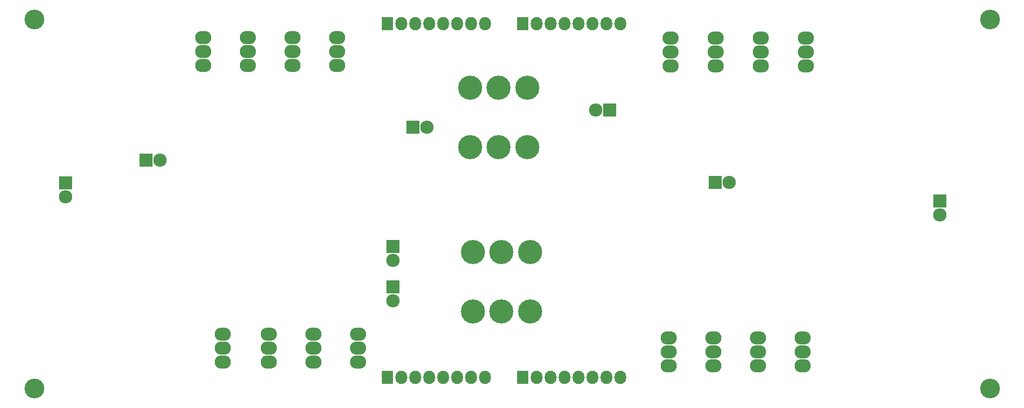
<source format=gbr>
G04 #@! TF.FileFunction,Soldermask,Bot*
%FSLAX46Y46*%
G04 Gerber Fmt 4.6, Leading zero omitted, Abs format (unit mm)*
G04 Created by KiCad (PCBNEW 4.0.6-e0-6349~53~ubuntu16.04.1) date Wed Aug  9 14:24:47 2017*
%MOMM*%
%LPD*%
G01*
G04 APERTURE LIST*
%ADD10C,0.100000*%
%ADD11C,3.600000*%
%ADD12O,2.940000X2.432000*%
%ADD13R,2.432000X2.432000*%
%ADD14O,2.432000X2.432000*%
%ADD15C,4.400000*%
%ADD16R,2.127200X2.432000*%
%ADD17O,2.127200X2.432000*%
G04 APERTURE END LIST*
D10*
D11*
X63500000Y-125730000D03*
X63500000Y-58420000D03*
X237490000Y-125730000D03*
D12*
X102362000Y-64262000D03*
X102362000Y-66802000D03*
X102362000Y-61722000D03*
X110490000Y-64262000D03*
X110490000Y-66802000D03*
X110490000Y-61722000D03*
X94234000Y-64262000D03*
X94234000Y-66802000D03*
X94234000Y-61722000D03*
X118618000Y-64262000D03*
X118618000Y-66802000D03*
X118618000Y-61722000D03*
D13*
X132461000Y-78105000D03*
D14*
X135001000Y-78105000D03*
D15*
X142836000Y-81700000D03*
X142836000Y-70900000D03*
X148046000Y-81700000D03*
X148046000Y-70900000D03*
X153256000Y-81700000D03*
X153256000Y-70900000D03*
D13*
X128778000Y-107188000D03*
D14*
X128778000Y-109728000D03*
D13*
X128778000Y-99822000D03*
D14*
X128778000Y-102362000D03*
D15*
X143344000Y-111672000D03*
X143344000Y-100872000D03*
X148554000Y-111672000D03*
X148554000Y-100872000D03*
X153764000Y-111672000D03*
X153764000Y-100872000D03*
D16*
X127762000Y-59182000D03*
D17*
X130302000Y-59182000D03*
X132842000Y-59182000D03*
X135382000Y-59182000D03*
X137922000Y-59182000D03*
X140462000Y-59182000D03*
X143002000Y-59182000D03*
X145542000Y-59182000D03*
D16*
X127762000Y-123698000D03*
D17*
X130302000Y-123698000D03*
X132842000Y-123698000D03*
X135382000Y-123698000D03*
X137922000Y-123698000D03*
X140462000Y-123698000D03*
X143002000Y-123698000D03*
X145542000Y-123698000D03*
D16*
X152400000Y-59182000D03*
D17*
X154940000Y-59182000D03*
X157480000Y-59182000D03*
X160020000Y-59182000D03*
X162560000Y-59182000D03*
X165100000Y-59182000D03*
X167640000Y-59182000D03*
X170180000Y-59182000D03*
D16*
X152400000Y-123698000D03*
D17*
X154940000Y-123698000D03*
X157480000Y-123698000D03*
X160020000Y-123698000D03*
X162560000Y-123698000D03*
X165100000Y-123698000D03*
X167640000Y-123698000D03*
X170180000Y-123698000D03*
D13*
X168275000Y-74930000D03*
D14*
X165735000Y-74930000D03*
D12*
X179324000Y-64389000D03*
X179324000Y-66929000D03*
X179324000Y-61849000D03*
X187536666Y-64389000D03*
X187536666Y-66929000D03*
X187536666Y-61849000D03*
X97790000Y-118364000D03*
X97790000Y-115824000D03*
X97790000Y-120904000D03*
X106172000Y-118364000D03*
X106172000Y-115824000D03*
X106172000Y-120904000D03*
X114300000Y-118364000D03*
X114300000Y-115824000D03*
X114300000Y-120904000D03*
X122428000Y-118364000D03*
X122428000Y-115824000D03*
X122428000Y-120904000D03*
X195749332Y-64389000D03*
X195749332Y-66929000D03*
X195749332Y-61849000D03*
X203961998Y-64389000D03*
X203961998Y-66929000D03*
X203961998Y-61849000D03*
X178990855Y-119054938D03*
X178990855Y-116514938D03*
X178990855Y-121594938D03*
X187118854Y-119054938D03*
X187118854Y-116514938D03*
X187118854Y-121594938D03*
X195246853Y-119054938D03*
X195246853Y-116514938D03*
X195246853Y-121594938D03*
X203374852Y-119054938D03*
X203374852Y-116514938D03*
X203374852Y-121594938D03*
D13*
X69215000Y-88265000D03*
D14*
X69215000Y-90805000D03*
D13*
X228346000Y-91567000D03*
D14*
X228346000Y-94107000D03*
D13*
X83820000Y-84074000D03*
D14*
X86360000Y-84074000D03*
D13*
X187452000Y-88138000D03*
D14*
X189992000Y-88138000D03*
D11*
X237490000Y-58420000D03*
M02*

</source>
